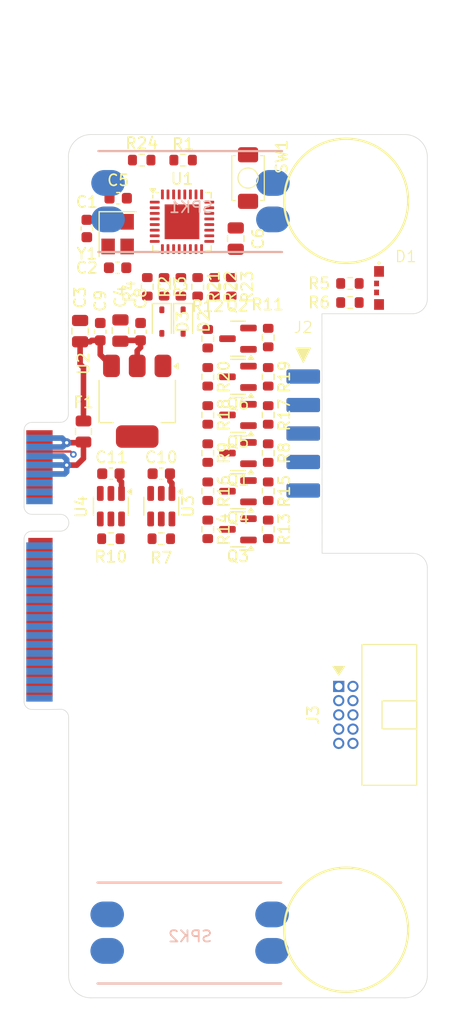
<source format=kicad_pcb>
(kicad_pcb (version 20241229) (generator "pcbnew") (generator_version "9.0")
  (title_block (title "uprobe-0.1") (date "2025-03-15") (company "author: Václav Mach (github.com/xx0x) ") (comment 1 "Based on: uhub by vitaly.codes ") (comment 2 "Based on: usbasp by Thomas Fischl ") (comment 3 "Based on: bmp v2.1e by Piotr Esden-Tempski ") (comment 4 "License: CC-BY-SA 4.0"))
  (layers (0 "F.Cu" signal) (4 "In1.Cu" signal) (6 "In2.Cu" signal) (2 "B.Cu" signal) (13 "F.Paste" user) (15 "B.Paste" user) (5 "F.SilkS" user "F.Silkscreen") (7 "B.SilkS" user "B.Silkscreen") (1 "F.Mask" user) (3 "B.Mask" user) (25 "Edge.Cuts" user))
  (net 0 "")
  (net 3 "+3V3")
  (net 8 "/~{UASP_SLOW_SCK}")
  (net 11 "/UASP_5V_EN")
  (net 18 "/UASP_3V3_EN")
  (net 26 "/~{UASP_5V_FAULT}")
  (net 31 "GND")
  (net 32 "/SPK_RP")
  (net 33 "+5V")
  (net 34 "/SPK_LP")
  (net 35 "/SPK_LN")
  (net 36 "/SPK_RN")
  (net 37 "Net-(U1-PB6{slash}XTAL1)")
  (net 38 "Net-(U1-PB7{slash}XTAL2)")
  (net 39 "/~{UASP_3V3_FAULT}")
  (net 40 "/USB4_D+")
  (net 41 "/USB4_D-")
  (net 42 "/USB3_D-")
  (net 43 "/USB3_D+")
  (net 45 "/UASP_RST")
  (net 46 "/UASP_TARGET")
  (net 47 "/UASP_D+")
  (net 48 "/UASP_D-")
  (net 49 "/UASP_TX")
  (net 50 "/UASP_RST*")
  (net 51 "/UASP_MOSI*")
  (net 52 "/UASP_MOSI")
  (net 53 "/UASP_SCK")
  (net 54 "/UASP_MISO*")
  (net 55 "/UASP_SCK*")
  (net 56 "/UASP_MISO")
  (net 66 "/UASP_RX")
  (net 69 "/UASP_RX*")
  (net 70 "/UASP_TX*")
  (net 71 "Net-(U1-PC6{slash}~{RESET})")
  (net 72 "Net-(U3-ILIM)")
  (net 73 "Net-(U4-ILIM)")
  (net 84 "Net-(D1-K2)")
  (net 85 "Net-(D1-A1)")
  (net 86 "Net-(D1-K1)")
  (net 87 "Net-(D1-A2)")
  (net 88 "Net-(U1-PB2)")
  (net 89 "Net-(U1-PB3)")
  (net 90 "Net-(U1-PB5)")
  (net 91 "Net-(U1-PD1)")
  (net 92 "VBUS")
  (footprint "Capacitor_SMD:C_0603_1608Metric" (layer "F.Cu") (at 126.7 80.1 90)
    (property "Reference" "C9" (at 2.75 0 90) (layer "F.SilkS"))
    (property "Value" "100n")
    (pad "1" smd roundrect (at -0.775 0 90) (size 0.9 0.95) (layers "F.Cu" "F.Mask" "F.Paste") (net 33 "+5V"))
    (pad "2" smd roundrect (at 0.775 0 90) (size 0.9 0.95) (layers "F.Cu" "F.Mask" "F.Paste") (net 31 "GND"))
  )
  (footprint "uprobe:IDC_2x05_SIDE" (layer "F.Cu") (at 144.832669 89.180114)
    (property "Reference" "J2" (at 0 -9.46 0) (layer "F.SilkS") (effects (font (thickness 0.1))))
    (property "Value" "Conn_02x05_Odd_Even")
    (pad "1" smd roundrect (at 0 -5.08) (size 3 1.27) (layers "F.Cu" "F.Mask" "F.Paste") (roundrect_rratio 0.15) (net 52 "/UASP_MOSI"))
    (pad "2" smd roundrect (at 0 -5.08) (size 3 1.27) (layers "B.Cu" "B.Mask" "B.Paste") (roundrect_rratio 0.15) (net 46 "/UASP_TARGET"))
    (pad "3" smd roundrect (at 0 -2.54) (size 3 1.27) (layers "F.Cu" "F.Mask" "F.Paste") (roundrect_rratio 0.15))
    (pad "4" smd roundrect (at 0 -2.54) (size 3 1.27) (layers "B.Cu" "B.Mask" "B.Paste") (roundrect_rratio 0.15) (net 49 "/UASP_TX"))
    (pad "5" smd roundrect (at 0 0) (size 3 1.27) (layers "F.Cu" "F.Mask" "F.Paste") (roundrect_rratio 0.15) (net 45 "/UASP_RST"))
    (pad "6" smd roundrect (at 0 0) (size 3 1.27) (layers "B.Cu" "B.Mask" "B.Paste") (roundrect_rratio 0.15) (net 66 "/UASP_RX"))
    (pad "7" smd roundrect (at 0 2.54) (size 3 1.27) (layers "F.Cu" "F.Mask" "F.Paste") (roundrect_rratio 0.15) (net 53 "/UASP_SCK"))
    (pad "8" smd roundrect (at 0 2.54) (size 3 1.27) (layers "B.Cu" "B.Mask" "B.Paste") (roundrect_rratio 0.15) (net 31 "GND"))
    (pad "9" smd roundrect (at 0 5.08) (size 3 1.27) (layers "F.Cu" "F.Mask" "F.Paste") (roundrect_rratio 0.15) (net 56 "/UASP_MISO"))
    (pad "10" smd roundrect (at 0 5.08) (size 3 1.27) (layers "B.Cu" "B.Mask" "B.Paste") (roundrect_rratio 0.15) (net 31 "GND"))
  )
  (footprint "Capacitor_SMD:C_0805_2012Metric" (layer "F.Cu") (at 138.8 71.8 90)
    (property "Reference" "C6" (at 0 2 90) (layer "F.SilkS"))
    (property "Value" "10u")
    (pad "1" smd roundrect (at -0.95 0 90) (size 1 1.45) (layers "F.Cu" "F.Mask" "F.Paste") (net 33 "+5V"))
    (pad "2" smd roundrect (at 0.95 0 90) (size 1 1.45) (layers "F.Cu" "F.Mask" "F.Paste") (net 31 "GND"))
  )
  (footprint "Package_TO_SOT_SMD:SOT-23-6" (layer "F.Cu") (at 132.15 95.6625 -90)
    (property "Reference" "U3" (at 0 -2.4 90) (layer "F.SilkS"))
    (property "Value" "AP22653")
    (pad "1" smd roundrect (at -1.1375 -0.95 270) (size 1.325 0.6) (layers "F.Cu" "F.Mask" "F.Paste") (net 33 "+5V"))
    (pad "2" smd roundrect (at -1.1375 0 270) (size 1.325 0.6) (layers "F.Cu" "F.Mask" "F.Paste") (net 31 "GND"))
    (pad "3" smd roundrect (at -1.1375 0.95 270) (size 1.325 0.6) (layers "F.Cu" "F.Mask" "F.Paste") (net 11 "/UASP_5V_EN"))
    (pad "4" smd roundrect (at 1.1375 0.95 270) (size 1.325 0.6) (layers "F.Cu" "F.Mask" "F.Paste") (net 26 "/~{UASP_5V_FAULT}"))
    (pad "5" smd roundrect (at 1.1375 0 270) (size 1.325 0.6) (layers "F.Cu" "F.Mask" "F.Paste") (net 72 "Net-(U3-ILIM)"))
    (pad "6" smd roundrect (at 1.1375 -0.95 270) (size 1.325 0.6) (layers "F.Cu" "F.Mask" "F.Paste") (net 46 "/UASP_TARGET"))
  )
  (footprint "Resistor_SMD:R_0603_1608Metric" (layer "F.Cu") (at 141.7 97.725 -90)
    (property "Reference" "R13" (at 0 -1.43 90) (layer "F.SilkS"))
    (property "Value" "10k")
    (pad "1" smd roundrect (at -0.825 0 270) (size 0.8 0.95) (layers "F.Cu" "F.Mask" "F.Paste") (net 56 "/UASP_MISO"))
    (pad "2" smd roundrect (at 0.825 0 270) (size 0.8 0.95) (layers "F.Cu" "F.Mask" "F.Paste") (net 46 "/UASP_TARGET"))
  )
  (footprint "Resistor_SMD:R_0603_1608Metric" (layer "F.Cu") (at 136.3 90.925 -90)
    (property "Reference" "R9" (at 0 -1.43 90) (layer "F.SilkS"))
    (property "Value" "10k")
    (pad "1" smd roundrect (at -0.825 0 270) (size 0.8 0.95) (layers "F.Cu" "F.Mask" "F.Paste") (net 50 "/UASP_RST*"))
    (pad "2" smd roundrect (at 0.825 0 270) (size 0.8 0.95) (layers "F.Cu" "F.Mask" "F.Paste") (net 33 "+5V"))
  )
  (footprint "Package_TO_SOT_SMD:SOT-23-6" (layer "F.Cu") (at 127.65 95.6625 -90)
    (property "Reference" "U4" (at 0.05 2.65 90) (layer "F.SilkS"))
    (property "Value" "AP22653")
    (pad "1" smd roundrect (at -1.1375 -0.95 270) (size 1.325 0.6) (layers "F.Cu" "F.Mask" "F.Paste") (net 3 "+3V3"))
    (pad "2" smd roundrect (at -1.1375 0 270) (size 1.325 0.6) (layers "F.Cu" "F.Mask" "F.Paste") (net 31 "GND"))
    (pad "3" smd roundrect (at -1.1375 0.95 270) (size 1.325 0.6) (layers "F.Cu" "F.Mask" "F.Paste") (net 18 "/UASP_3V3_EN"))
    (pad "4" smd roundrect (at 1.1375 0.95 270) (size 1.325 0.6) (layers "F.Cu" "F.Mask" "F.Paste") (net 39 "/~{UASP_3V3_FAULT}"))
    (pad "5" smd roundrect (at 1.1375 0 270) (size 1.325 0.6) (layers "F.Cu" "F.Mask" "F.Paste") (net 73 "Net-(U4-ILIM)"))
    (pad "6" smd roundrect (at 1.1375 -0.95 270) (size 1.325 0.6) (layers "F.Cu" "F.Mask" "F.Paste") (net 46 "/UASP_TARGET"))
  )
  (footprint "Resistor_SMD:R_0603_1608Metric" (layer "F.Cu") (at 130.9 76.1 -90)
    (property "Reference" "R4" (at 0.4 1.6 90) (layer "F.SilkS"))
    (property "Value" "2k2")
    (pad "1" smd roundrect (at -0.825 0 270) (size 0.8 0.95) (layers "F.Cu" "F.Mask" "F.Paste") (net 48 "/UASP_D-"))
    (pad "2" smd roundrect (at 0.825 0 270) (size 0.8 0.95) (layers "F.Cu" "F.Mask" "F.Paste") (net 33 "+5V"))
  )
  (footprint "Resistor_SMD:R_0603_1608Metric" (layer "F.Cu") (at 136.3 84.125 -90)
    (property "Reference" "R20" (at 0 -1.43 90) (layer "F.SilkS"))
    (property "Value" "10k")
    (pad "1" smd roundrect (at -0.825 0 270) (size 0.8 0.95) (layers "F.Cu" "F.Mask" "F.Paste") (net 70 "/UASP_TX*"))
    (pad "2" smd roundrect (at 0.825 0 270) (size 0.8 0.95) (layers "F.Cu" "F.Mask" "F.Paste") (net 33 "+5V"))
  )
  (footprint "Capacitor_SMD:C_0603_1608Metric" (layer "F.Cu") (at 127.65 92.7625 180)
    (property "Reference" "C11" (at -0.05 1.4625 0) (layer "F.SilkS"))
    (property "Value" "100n")
    (pad "1" smd roundrect (at -0.775 0 180) (size 0.9 0.95) (layers "F.Cu" "F.Mask" "F.Paste") (net 3 "+3V3"))
    (pad "2" smd roundrect (at 0.775 0 180) (size 0.9 0.95) (layers "F.Cu" "F.Mask" "F.Paste") (net 31 "GND"))
  )
  (footprint "Fuse:Fuse_0805_2012Metric" (layer "F.Cu") (at 125.2 89 90)
    (property "Reference" "F1" (at 2.6 0 180) (layer "F.SilkS"))
    (property "Value" "500mA")
    (pad "1" smd roundrect (at -0.9375 0 90) (size 0.975 1.4) (layers "F.Cu" "F.Mask" "F.Paste") (net 92 "VBUS"))
    (pad "2" smd roundrect (at 0.9375 0 90) (size 0.975 1.4) (layers "F.Cu" "F.Mask" "F.Paste") (net 33 "+5V"))
  )
  (footprint "Resistor_SMD:R_0603_1608Metric" (layer "F.Cu") (at 149 77.5 180)
    (property "Reference" "R6" (at 2.75 0 0) (layer "F.SilkS"))
    (property "Value" "1k")
    (pad "1" smd roundrect (at -0.825 0 180) (size 0.8 0.95) (layers "F.Cu" "F.Mask" "F.Paste") (net 87 "Net-(D1-A2)"))
    (pad "2" smd roundrect (at 0.825 0 180) (size 0.8 0.95) (layers "F.Cu" "F.Mask" "F.Paste") (net 33 "+5V"))
  )
  (footprint "Package_TO_SOT_SMD:SOT-23" (layer "F.Cu") (at 139 94.325 180)
    (property "Reference" "Q4" (at 0 -2.4 0) (layer "F.SilkS"))
    (property "Value" "BSS138")
    (pad "1" smd roundrect (at -0.9375 -0.95 180) (size 1.475 0.6) (layers "F.Cu" "F.Mask" "F.Paste") (net 46 "/UASP_TARGET"))
    (pad "2" smd roundrect (at -0.9375 0.95 180) (size 1.475 0.6) (layers "F.Cu" "F.Mask" "F.Paste") (net 53 "/UASP_SCK"))
    (pad "3" smd roundrect (at 0.9375 0 180) (size 1.475 0.6) (layers "F.Cu" "F.Mask" "F.Paste") (net 55 "/UASP_SCK*"))
  )
  (footprint "uprobe:MountingHole_5.3mm_M5" (layer "F.Cu") (at 148.66255 133.43)
    (property "Reference" "H2" (hide yes))
    (property "Value" "MountingHole")
    (pad "" np_thru_hole circle (at 0 0) (size 5.3 5.3) (drill 5.3) (layers "*.Cu" "*.Mask"))
  )
  (footprint "Capacitor_SMD:C_0603_1608Metric" (layer "F.Cu") (at 128.3 68.2 180)
    (property "Reference" "C5" (at 0 1.6 0) (layer "F.SilkS"))
    (property "Value" "100n")
    (pad "1" smd roundrect (at -0.775 0 180) (size 0.9 0.95) (layers "F.Cu" "F.Mask" "F.Paste") (net 33 "+5V"))
    (pad "2" smd roundrect (at 0.775 0 180) (size 0.9 0.95) (layers "F.Cu" "F.Mask" "F.Paste") (net 31 "GND"))
  )
  (footprint "Resistor_SMD:R_0603_1608Metric" (layer "F.Cu") (at 130.4 64.8 180)
    (property "Reference" "R24" (at 0 1.5 0) (layer "F.SilkS"))
    (property "Value" "270")
    (pad "1" smd roundrect (at -0.825 0 180) (size 0.8 0.95) (layers "F.Cu" "F.Mask" "F.Paste") (net 91 "Net-(U1-PD1)"))
    (pad "2" smd roundrect (at 0.825 0 180) (size 0.8 0.95) (layers "F.Cu" "F.Mask" "F.Paste") (net 70 "/UASP_TX*"))
  )
  (footprint "Capacitor_SMD:C_0603_1608Metric" (layer "F.Cu") (at 132.15 92.7625 180)
    (property "Reference" "C10" (at 0 1.4625 0) (layer "F.SilkS"))
    (property "Value" "100n")
    (pad "1" smd roundrect (at -0.775 0 180) (size 0.9 0.95) (layers "F.Cu" "F.Mask" "F.Paste") (net 33 "+5V"))
    (pad "2" smd roundrect (at 0.775 0 180) (size 0.9 0.95) (layers "F.Cu" "F.Mask" "F.Paste") (net 31 "GND"))
  )
  (footprint "Resistor_SMD:R_0603_1608Metric" (layer "F.Cu") (at 136.3 87.525 -90)
    (property "Reference" "R18" (at 0 -1.43 90) (layer "F.SilkS"))
    (property "Value" "10k")
    (pad "1" smd roundrect (at -0.825 0 270) (size 0.8 0.95) (layers "F.Cu" "F.Mask" "F.Paste") (net 69 "/UASP_RX*"))
    (pad "2" smd roundrect (at 0.825 0 270) (size 0.8 0.95) (layers "F.Cu" "F.Mask" "F.Paste") (net 33 "+5V"))
  )
  (footprint "Crystal:Crystal_SMD_Abracon_ABM8G-4Pin_3.2x2.5mm" (layer "F.Cu") (at 128.25 71.4 -90)
    (property "Reference" "Y1" (at 1.75 2.75 180) (layer "F.SilkS"))
    (property "Value" "ABM8-12.000MHZ-B2-T")
    (pad "1" smd rect (at -1.1 0.85 270) (size 1.4 1.2) (layers "F.Cu" "F.Mask" "F.Paste") (net 37 "Net-(U1-PB6{slash}XTAL1)"))
    (pad "2" smd rect (at 1.1 0.85 270) (size 1.4 1.2) (layers "F.Cu" "F.Mask" "F.Paste") (net 31 "GND"))
    (pad "3" smd rect (at 1.1 -0.85 270) (size 1.4 1.2) (layers "F.Cu" "F.Mask" "F.Paste") (net 38 "Net-(U1-PB7{slash}XTAL2)"))
    (pad "4" smd rect (at -1.1 -0.85 270) (size 1.4 1.2) (layers "F.Cu" "F.Mask" "F.Paste") (net 31 "GND"))
  )
  (footprint "Resistor_SMD:R_0603_1608Metric" (layer "F.Cu") (at 133.9 76.1 90)
    (property "Reference" "R2" (at 0 -1.43 90) (layer "F.SilkS"))
    (property "Value" "68")
    (pad "1" smd roundrect (at -0.825 0 90) (size 0.8 0.95) (layers "F.Cu" "F.Mask" "F.Paste") (net 40 "/USB4_D+"))
    (pad "2" smd roundrect (at 0.825 0 90) (size 0.8 0.95) (layers "F.Cu" "F.Mask" "F.Paste") (net 47 "/UASP_D+"))
  )
  (footprint "Package_TO_SOT_SMD:SOT-23" (layer "F.Cu") (at 139 84.125 180)
    (property "Reference" "Q6" (at 0 -2.4 0) (layer "F.SilkS"))
    (property "Value" "BSS138")
    (pad "1" smd roundrect (at -0.9375 -0.95 180) (size 1.475 0.6) (layers "F.Cu" "F.Mask" "F.Paste") (net 46 "/UASP_TARGET"))
    (pad "2" smd roundrect (at -0.9375 0.95 180) (size 1.475 0.6) (layers "F.Cu" "F.Mask" "F.Paste") (net 49 "/UASP_TX"))
    (pad "3" smd roundrect (at 0.9375 0 180) (size 1.475 0.6) (layers "F.Cu" "F.Mask" "F.Paste") (net 70 "/UASP_TX*"))
  )
  (footprint "Resistor_SMD:R_0603_1608Metric" (layer "F.Cu") (at 132.15 98.5625)
    (property "Reference" "R7" (at 0 1.7 0) (layer "F.SilkS"))
    (property "Value" "210k")
    (pad "1" smd roundrect (at -0.825 0) (size 0.8 0.95) (layers "F.Cu" "F.Mask" "F.Paste") (net 31 "GND"))
    (pad "2" smd roundrect (at 0.825 0) (size 0.8 0.95) (layers "F.Cu" "F.Mask" "F.Paste") (net 72 "Net-(U3-ILIM)"))
  )
  (footprint "Resistor_SMD:R_0603_1608Metric" (layer "F.Cu") (at 136.3 80.725 -90)
    (property "Reference" "R12" (at -2.9 0 0) (layer "F.SilkS"))
    (property "Value" "10k")
    (pad "1" smd roundrect (at -0.825 0 270) (size 0.8 0.95) (layers "F.Cu" "F.Mask" "F.Paste") (net 51 "/UASP_MOSI*"))
    (pad "2" smd roundrect (at 0.825 0 270) (size 0.8 0.95) (layers "F.Cu" "F.Mask" "F.Paste") (net 33 "+5V"))
  )
  (footprint "Resistor_SMD:R_0603_1608Metric" (layer "F.Cu") (at 135.4 76.1 -90)
    (property "Reference" "R21" (at 0 -1.43 90) (layer "F.SilkS"))
    (property "Value" "270")
    (pad "1" smd roundrect (at -0.825 0 270) (size 0.8 0.95) (layers "F.Cu" "F.Mask" "F.Paste") (net 88 "Net-(U1-PB2)"))
    (pad "2" smd roundrect (at 0.825 0 270) (size 0.8 0.95) (layers "F.Cu" "F.Mask" "F.Paste") (net 50 "/UASP_RST*"))
  )
  (footprint "Capacitor_SMD:C_0603_1608Metric" (layer "F.Cu") (at 125.5 70.9 90)
    (property "Reference" "C1" (at 2.37 0 0) (layer "F.SilkS"))
    (property "Value" "27p")
    (pad "1" smd roundrect (at -0.775 0 90) (size 0.9 0.95) (layers "F.Cu" "F.Mask" "F.Paste") (net 31 "GND"))
    (pad "2" smd roundrect (at 0.775 0 90) (size 0.9 0.95) (layers "F.Cu" "F.Mask" "F.Paste") (net 37 "Net-(U1-PB6{slash}XTAL1)"))
  )
  (footprint "uprobe:ext" (layer "F.Cu") (at 119.89115 97.136915 -90)
    (property "Reference" "J1" (hide yes))
    (property "Value" "uConsoleEXT")
    (fp_line (start -1.45 0) (end -8.25 0) (stroke (width 0.05)) (layer "Edge.Cuts"))
    (fp_line (start 1.45 0) (end 15.95 0) (stroke (width 0.05)) (layer "Edge.Cuts"))
    (fp_line (start -8.95 -0.7) (end -8.95 -2.5) (stroke (width 0.05)) (layer "Edge.Cuts"))
    (fp_line (start -0.75 -0.7) (end -0.75 -3.25) (stroke (width 0.05)) (layer "Edge.Cuts"))
    (fp_line (start 0.75 -0.7) (end 0.75 -3.25) (stroke (width 0.05)) (layer "Edge.Cuts"))
    (fp_line (start 16.65 -0.7) (end 16.65 -2.5) (stroke (width 0.05)) (layer "Edge.Cuts"))
    (fp_arc (start -8.25 0) (mid -8.744975 -0.205025) (end -8.95 -0.7) (stroke (width 0.05)) (layer "Edge.Cuts"))
    (fp_arc (start 1.45 0) (mid 0.955025 -0.205025) (end 0.75 -0.7) (stroke (width 0.05)) (layer "Edge.Cuts"))
    (fp_arc (start -0.75 -0.7) (mid -0.955025 -0.205025) (end -1.45 0) (stroke (width 0.05)) (layer "Edge.Cuts"))
    (fp_arc (start 16.65 -0.7) (mid 16.444975 -0.205025) (end 15.95 0) (stroke (width 0.05)) (layer "Edge.Cuts"))
    (fp_arc (start -0.75 -3.25) (mid 0 -4) (end 0.75 -3.25) (stroke (width 0.05)) (layer "Edge.Cuts"))
    (pad "1" smd rect (at -7.95 -1.375 270) (size 0.6 2.35) (layers "F.Cu" "F.Mask") (net 34 "/SPK_LP"))
    (pad "2" smd rect (at -7.55 -1.375 270) (size 0.6 2.35) (layers "B.Cu" "B.Mask") (net 92 "VBUS"))
    (pad "3" smd rect (at -7.15 -1.375 270) (size 0.6 2.35) (layers "F.Cu" "F.Mask") (net 35 "/SPK_LN"))
    (pad "4" smd rect (at -6.75 -1.375 270) (size 0.6 2.35) (layers "B.Cu" "B.Mask") (net 92 "VBUS"))
    (pad "5" smd rect (at -6.35 -1.375 270) (size 0.6 2.35) (layers "F.Cu" "F.Mask") (net 31 "GND"))
    (pad "6" smd rect (at -5.95 -1.375 270) (size 0.6 2.35) (layers "B.Cu" "B.Mask") (net 92 "VBUS"))
    (pad "7" smd rect (at -5.55 -1.375 270) (size 0.6 2.35) (layers "F.Cu" "F.Mask") (net 43 "/USB3_D+"))
    (pad "8" smd rect (at -5.15 -1.375 270) (size 0.6 2.35) (layers "B.Cu" "B.Mask") (net 92 "VBUS"))
    (pad "9" smd rect (at -4.75 -1.375 270) (size 0.6 2.35) (layers "F.Cu" "F.Mask") (net 42 "/USB3_D-"))
    (pad "10" smd rect (at -4.35 -1.375 270) (size 0.6 2.35) (layers "B.Cu" "B.Mask") (net 92 "VBUS"))
    (pad "11" smd rect (at -3.95 -1.375 270) (size 0.6 2.35) (layers "F.Cu" "F.Mask") (net 31 "GND"))
    (pad "12" smd rect (at -3.55 -1.375 270) (size 0.6 2.35) (layers "B.Cu" "B.Mask") (net 31 "GND"))
    (pad "13" smd rect (at -3.15 -1.375 270) (size 0.6 2.35) (layers "F.Cu" "F.Mask") (net 40 "/USB4_D+"))
    (pad "14" smd rect (at -2.75 -1.375 270) (size 0.6 2.35) (layers "B.Cu" "B.Mask") (net 32 "/SPK_RP"))
    (pad "15" smd rect (at -2.35 -1.375 270) (size 0.6 2.35) (layers "F.Cu" "F.Mask") (net 41 "/USB4_D-"))
    (pad "16" smd rect (at -1.95 -1.375 270) (size 0.6 2.35) (layers "B.Cu" "B.Mask") (net 36 "/SPK_RN"))
    (pad "17" smd rect (at 1.65 -1.4655 270) (size 0.6 2.169) (layers "F.Cu" "F.Mask"))
    (pad "18" smd rect (at 2.05 -1.375 270) (size 0.6 2.35) (layers "B.Cu" "B.Mask") (net 18 "/UASP_3V3_EN"))
    (pad "19" smd rect (at 2.45 -1.375 270) (size 0.6 2.35) (layers "F.Cu" "F.Mask"))
    (pad "20" smd rect (at 2.85 -1.375 270) (size 0.6 2.35) (layers "B.Cu" "B.Mask") (net 11 "/UASP_5V_EN"))
    (pad "21" smd rect (at 3.25 -1.375 270) (size 0.6 2.35) (layers "F.Cu" "F.Mask") (net 31 "GND"))
    (pad "22" smd rect (at 3.65 -1.375 270) (size 0.6 2.35) (layers "B.Cu" "B.Mask") (net 39 "/~{UASP_3V3_FAULT}"))
    (pad "23" smd rect (at 4.05 -1.375 270) (size 0.6 2.35) (layers "F.Cu" "F.Mask"))
    (pad "24" smd rect (at 4.45 -1.375 270) (size 0.6 2.35) (layers "B.Cu" "B.Mask") (net 26 "/~{UASP_5V_FAULT}"))
    (pad "25" smd rect (at 4.85 -1.375 270) (size 0.6 2.35) (layers "F.Cu" "F.Mask"))
    (pad "26" smd rect (at 5.25 -1.375 270) (size 0.6 2.35) (layers "B.Cu" "B.Mask") (net 8 "/~{UASP_SLOW_SCK}"))
    (pad "27" smd rect (at 5.65 -1.375 270) (size 0.6 2.35) (layers "F.Cu" "F.Mask") (net 31 "GND"))
    (pad "28" smd rect (at 6.05 -1.375 270) (size 0.6 2.35) (layers "B.Cu" "B.Mask"))
    (pad "29" smd rect (at 6.45 -1.375 270) (size 0.6 2.35) (layers "F.Cu" "F.Mask"))
    (pad "30" smd rect (at 6.85 -1.375 270) (size 0.6 2.35) (layers "B.Cu" "B.Mask"))
    (pad "31" smd rect (at 7.25 -1.375 270) (size 0.6 2.35) (layers "F.Cu" "F.Mask"))
    (pad "32" smd rect (at 7.65 -1.375 270) (size 0.6 2.35) (layers "B.Cu" "B.Mask"))
    (pad "33" smd rect (at 8.05 -1.375 270) (size 0.6 2.35) (layers "F.Cu" "F.Mask") (net 31 "GND"))
    (pad "34" smd rect (at 8.45 -1.375 270) (size 0.6 2.35) (layers "B.Cu" "B.Mask"))
    (pad "35" smd rect (at 8.85 -1.375 270) (size 0.6 2.35) (layers "F.Cu" "F.Mask"))
    (pad "36" smd rect (at 9.25 -1.375 270) (size 0.6 2.35) (layers "B.Cu" "B.Mask"))
    (pad "37" smd rect (at 9.65 -1.375 270) (size 0.6 2.35) (layers "F.Cu" "F.Mask"))
    (pad "38" smd rect (at 10.05 -1.375 270) (size 0.6 2.35) (layers "B.Cu" "B.Mask"))
    (pad "39" smd rect (at 10.45 -1.375 270) (size 0.6 2.35) (layers "F.Cu" "F.Mask") (net 31 "GND"))
    (pad "40" smd rect (at 10.85 -1.375 270) (size 0.6 2.35) (layers "B.Cu" "B.Mask"))
    (pad "41" smd rect (at 11.25 -1.375 270) (size 0.6 2.35) (layers "F.Cu" "F.Mask"))
    (pad "42" smd rect (at 11.65 -1.375 270) (size 0.6 2.35) (layers "B.Cu" "B.Mask"))
    (pad "43" smd rect (at 12.05 -1.375 270) (size 0.6 2.35) (layers "F.Cu" "F.Mask"))
    (pad "44" smd rect (at 12.45 -1.375 270) (size 0.6 2.35) (layers "B.Cu" "B.Mask"))
    (pad "45" smd rect (at 12.85 -1.375 270) (size 0.6 2.35) (layers "F.Cu" "F.Mask") (net 31 "GND"))
    (pad "46" smd rect (at 13.25 -1.375 270) (size 0.6 2.35) (layers "B.Cu" "B.Mask"))
    (pad "47" smd rect (at 13.65 -1.375 270) (size 0.6 2.35) (layers "F.Cu" "F.Mask"))
    (pad "48" smd rect (at 14.05 -1.375 270) (size 0.6 2.35) (layers "B.Cu" "B.Mask"))
    (pad "49" smd rect (at 14.45 -1.375 270) (size 0.6 2.35) (layers "F.Cu" "F.Mask"))
    (pad "50" smd rect (at 14.85 -1.375 270) (size 0.6 2.35) (layers "B.Cu" "B.Mask"))
    (pad "51" smd rect (at 15.25 -1.375 270) (size 0.6 2.35) (layers "F.Cu" "F.Mask") (net 31 "GND"))
    (pad "52" smd rect (at 15.65 -1.375 270) (size 0.6 2.35) (layers "B.Cu" "B.Mask"))
  )
  (footprint "uprobe:XL-3210SURUGC" (layer "F.Cu") (at 151.6 76.2 -90)
    (property "Reference" "D1" (at -2.8 -2.4 0) (layer "F.SilkS") (effects (font (thickness 0.1))))
    (property "Value" "XL-3210SURUGC")
    (pad "1" smd rect (at 0.4 0.22 270) (size 0.5 0.44) (layers "F.Cu" "F.Mask" "F.Paste") (net 85 "Net-(D1-A1)"))
    (pad "2" smd rect (at -0.4 0.22 270) (size 0.5 0.44) (layers "F.Cu" "F.Mask" "F.Paste") (net 86 "Net-(D1-K1)"))
    (pad "3" smd rect (at 1.475 0 270) (size 0.95 0.88) (layers "F.Cu" "F.Mask" "F.Paste") (net 87 "Net-(D1-A2)"))
    (pad "4" smd rect (at -1.475 0 270) (size 0.95 0.88) (layers "F.Cu" "F.Mask" "F.Paste") (net 84 "Net-(D1-K2)"))
  )
  (footprint "Capacitor_SMD:C_0603_1608Metric" (layer "F.Cu") (at 128.25 74.4)
    (property "Reference" "C2" (at -2.75 0 0) (layer "F.SilkS"))
    (property "Value" "27p")
    (pad "1" smd roundrect (at -0.775 0) (size 0.9 0.95) (layers "F.Cu" "F.Mask" "F.Paste") (net 31 "GND"))
    (pad "2" smd roundrect (at 0.775 0) (size 0.9 0.95) (layers "F.Cu" "F.Mask" "F.Paste") (net 38 "Net-(U1-PB7{slash}XTAL2)"))
  )
  (footprint "Resistor_SMD:R_0603_1608Metric" (layer "F.Cu") (at 136.3 97.725 -90)
    (property "Reference" "R14" (at 0 -1.43 90) (layer "F.SilkS"))
    (property "Value" "10k")
    (pad "1" smd roundrect (at -0.825 0 270) (size 0.8 0.95) (layers "F.Cu" "F.Mask" "F.Paste") (net 54 "/UASP_MISO*"))
    (pad "2" smd roundrect (at 0.825 0 270) (size 0.8 0.95) (layers "F.Cu" "F.Mask" "F.Paste") (net 33 "+5V"))
  )
  (footprint "Resistor_SMD:R_0603_1608Metric" (layer "F.Cu") (at 132.4 76.1 -90)
    (property "Reference" "R3" (at 0 -1.43 90) (layer "F.SilkS"))
    (property "Value" "68")
    (pad "1" smd roundrect (at -0.825 0 270) (size 0.8 0.95) (layers "F.Cu" "F.Mask" "F.Paste") (net 48 "/UASP_D-"))
    (pad "2" smd roundrect (at 0.825 0 270) (size 0.8 0.95) (layers "F.Cu" "F.Mask" "F.Paste") (net 41 "/USB4_D-"))
  )
  (footprint "Capacitor_SMD:C_0805_2012Metric" (layer "F.Cu") (at 128.5 80 90)
    (property "Reference" "C4" (at 3 0 90) (layer "F.SilkS"))
    (property "Value" "10u")
    (pad "1" smd roundrect (at -0.95 0 90) (size 1 1.45) (layers "F.Cu" "F.Mask" "F.Paste") (net 3 "+3V3"))
    (pad "2" smd roundrect (at 0.95 0 90) (size 1 1.45) (layers "F.Cu" "F.Mask" "F.Paste") (net 31 "GND"))
  )
  (footprint "Package_TO_SOT_SMD:SOT-23" (layer "F.Cu") (at 139 80.725 180)
    (property "Reference" "Q2" (at 0.0625 2.95 0) (layer "F.SilkS"))
    (property "Value" "BSS138")
    (pad "1" smd roundrect (at -0.9375 -0.95 180) (size 1.475 0.6) (layers "F.Cu" "F.Mask" "F.Paste") (net 46 "/UASP_TARGET"))
    (pad "2" smd roundrect (at -0.9375 0.95 180) (size 1.475 0.6) (layers "F.Cu" "F.Mask" "F.Paste") (net 52 "/UASP_MOSI"))
    (pad "3" smd roundrect (at 0.9375 0 180) (size 1.475 0.6) (layers "F.Cu" "F.Mask" "F.Paste") (net 51 "/UASP_MOSI*"))
  )
  (footprint "Resistor_SMD:R_0603_1608Metric" (layer "F.Cu") (at 141.7 84.125 -90)
    (property "Reference" "R19" (at 0 -1.43 90) (layer "F.SilkS"))
    (property "Value" "10k")
    (pad "1" smd roundrect (at -0.825 0 270) (size 0.8 0.95) (layers "F.Cu" "F.Mask" "F.Paste") (net 49 "/UASP_TX"))
    (pad "2" smd roundrect (at 0.825 0 270) (size 0.8 0.95) (layers "F.Cu" "F.Mask" "F.Paste") (net 46 "/UASP_TARGET"))
  )
  (footprint "uprobe:MountingHole_5.3mm_M5" (layer "F.Cu") (at 148.66255 68.43)
    (property "Reference" "H1" (hide yes))
    (property "Value" "MountingHole")
    (pad "" np_thru_hole circle (at 0 0) (size 5.3 5.3) (drill 5.3) (layers "*.Cu" "*.Mask"))
  )
  (footprint "uprobe:IDC_2x05_P1.27mm_Horizontal" (layer "F.Cu") (at 148 114.27)
    (property "Reference" "J3" (at -2.286 0 90) (layer "F.SilkS"))
    (property "Value" "Conn_02x05_Odd_Even")
    (pad "1" thru_hole rect (at 0 -2.54) (size 1 1) (drill 0.65) (layers "*.Cu" "*.Mask"))
    (pad "2" thru_hole oval (at 1.27 -2.54) (size 1 1) (drill 0.65) (layers "*.Cu" "*.Mask"))
    (pad "3" thru_hole oval (at 0 -1.27) (size 1 1) (drill 0.65) (layers "*.Cu" "*.Mask"))
    (pad "4" thru_hole oval (at 1.27 -1.27) (size 1 1) (drill 0.65) (layers "*.Cu" "*.Mask"))
    (pad "5" thru_hole oval (at 0 0) (size 1 1) (drill 0.65) (layers "*.Cu" "*.Mask"))
    (pad "6" thru_hole oval (at 1.27 0) (size 1 1) (drill 0.65) (layers "*.Cu" "*.Mask"))
    (pad "7" thru_hole oval (at 0 1.27) (size 1 1) (drill 0.65) (layers "*.Cu" "*.Mask"))
    (pad "8" thru_hole oval (at 1.27 1.27) (size 1 1) (drill 0.65) (layers "*.Cu" "*.Mask"))
    (pad "9" thru_hole oval (at 0 2.54) (size 1 1) (drill 0.65) (layers "*.Cu" "*.Mask"))
    (pad "10" thru_hole oval (at 1.27 2.54) (size 1 1) (drill 0.65) (layers "*.Cu" "*.Mask"))
  )
  (footprint "Diode_SMD:D_SOD-323" (layer "F.Cu") (at 132.2 79.2 -90)
    (property "Reference" "D3" (at 0 -1.85 90) (layer "F.SilkS"))
    (property "Value" "3V3")
    (pad "1" smd roundrect (at -1.05 0 270) (size 0.6 0.45) (layers "F.Cu" "F.Mask" "F.Paste") (net 41 "/USB4_D-"))
    (pad "2" smd roundrect (at 1.05 0 270) (size 0.6 0.45) (layers "F.Cu" "F.Mask" "F.Paste") (net 31 "GND"))
  )
  (footprint "Package_DFN_QFN:QFN-32-1EP_5x5mm_P0.5mm_EP3.1x3.1mm" (layer "F.Cu") (at 134 70.3)
    (property "Reference" "U1" (at 0 -3.83 0) (layer "F.SilkS"))
    (property "Value" "ATmega8A-M")
    (pad "1" smd roundrect (at -2.4375 -1.75) (size 0.875 0.25) (layers "F.Cu" "F.Mask" "F.Paste"))
    (pad "2" smd roundrect (at -2.4375 -1.25) (size 0.875 0.25) (layers "F.Cu" "F.Mask" "F.Paste"))
    (pad "3" smd roundrect (at -2.4375 -0.75) (size 0.875 0.25) (layers "F.Cu" "F.Mask" "F.Paste") (net 31 "GND"))
    (pad "4" smd roundrect (at -2.4375 -0.25) (size 0.875 0.25) (layers "F.Cu" "F.Mask" "F.Paste") (net 33 "+5V"))
    (pad "5" smd roundrect (at -2.4375 0.25) (size 0.875 0.25) (layers "F.Cu" "F.Mask" "F.Paste") (net 31 "GND"))
    (pad "6" smd roundrect (at -2.4375 0.75) (size 0.875 0.25) (layers "F.Cu" "F.Mask" "F.Paste") (net 33 "+5V"))
    (pad "7" smd roundrect (at -2.4375 1.25) (size 0.875 0.25) (layers "F.Cu" "F.Mask" "F.Paste") (net 37 "Net-(U1-PB6{slash}XTAL1)"))
    (pad "8" smd roundrect (at -2.4375 1.75) (size 0.875 0.25) (layers "F.Cu" "F.Mask" "F.Paste") (net 38 "Net-(U1-PB7{slash}XTAL2)"))
    (pad "9" smd roundrect (at -1.75 2.4375) (size 0.25 0.875) (layers "F.Cu" "F.Mask" "F.Paste"))
    (pad "10" smd roundrect (at -1.25 2.4375) (size 0.25 0.875) (layers "F.Cu" "F.Mask" "F.Paste"))
    (pad "11" smd roundrect (at -0.75 2.4375) (size 0.25 0.875) (layers "F.Cu" "F.Mask" "F.Paste"))
    (pad "12" smd roundrect (at -0.25 2.4375) (size 0.25 0.875) (layers "F.Cu" "F.Mask" "F.Paste") (net 48 "/UASP_D-"))
    (pad "13" smd roundrect (at 0.25 2.4375) (size 0.25 0.875) (layers "F.Cu" "F.Mask" "F.Paste") (net 47 "/UASP_D+"))
    (pad "14" smd roundrect (at 0.75 2.4375) (size 0.25 0.875) (layers "F.Cu" "F.Mask" "F.Paste") (net 88 "Net-(U1-PB2)"))
    (pad "15" smd roundrect (at 1.25 2.4375) (size 0.25 0.875) (layers "F.Cu" "F.Mask" "F.Paste") (net 89 "Net-(U1-PB3)"))
    (pad "16" smd roundrect (at 1.75 2.4375) (size 0.25 0.875) (layers "F.Cu" "F.Mask" "F.Paste") (net 54 "/UASP_MISO*"))
    (pad "17" smd roundrect (at 2.4375 1.75) (size 0.875 0.25) (layers "F.Cu" "F.Mask" "F.Paste") (net 90 "Net-(U1-PB5)"))
    (pad "18" smd roundrect (at 2.4375 1.25) (size 0.875 0.25) (layers "F.Cu" "F.Mask" "F.Paste") (net 33 "+5V"))
    (pad "19" smd roundrect (at 2.4375 0.75) (size 0.875 0.25) (layers "F.Cu" "F.Mask" "F.Paste"))
    (pad "20" smd roundrect (at 2.4375 0.25) (size 0.875 0.25) (layers "F.Cu" "F.Mask" "F.Paste"))
    (pad "21" smd roundrect (at 2.4375 -0.25) (size 0.875 0.25) (layers "F.Cu" "F.Mask" "F.Paste") (net 31 "GND"))
    (pad "22" smd roundrect (at 2.4375 -0.75) (size 0.875 0.25) (layers "F.Cu" "F.Mask" "F.Paste"))
    (pad "23" smd roundrect (at 2.4375 -1.25) (size 0.875 0.25) (layers "F.Cu" "F.Mask" "F.Paste") (net 86 "Net-(D1-K1)"))
    (pad "24" smd roundrect (at 2.4375 -1.75) (size 0.875 0.25) (layers "F.Cu" "F.Mask" "F.Paste") (net 84 "Net-(D1-K2)"))
    (pad "25" smd roundrect (at 1.75 -2.4375) (size 0.25 0.875) (layers "F.Cu" "F.Mask" "F.Paste") (net 8 "/~{UASP_SLOW_SCK}"))
    (pad "26" smd roundrect (at 1.25 -2.4375) (size 0.25 0.875) (layers "F.Cu" "F.Mask" "F.Paste"))
    (pad "27" smd roundrect (at 0.75 -2.4375) (size 0.25 0.875) (layers "F.Cu" "F.Mask" "F.Paste"))
    (pad "28" smd roundrect (at 0.25 -2.4375) (size 0.25 0.875) (layers "F.Cu" "F.Mask" "F.Paste"))
    (pad "29" smd roundrect (at -0.25 -2.4375) (size 0.25 0.875) (layers "F.Cu" "F.Mask" "F.Paste") (net 71 "Net-(U1-PC6{slash}~{RESET})"))
    (pad "30" smd roundrect (at -0.75 -2.4375) (size 0.25 0.875) (layers "F.Cu" "F.Mask" "F.Paste") (net 69 "/UASP_RX*"))
    (pad "31" smd roundrect (at -1.25 -2.4375) (size 0.25 0.875) (layers "F.Cu" "F.Mask" "F.Paste") (net 91 "Net-(U1-PD1)"))
    (pad "32" smd roundrect (at -1.75 -2.4375) (size 0.25 0.875) (layers "F.Cu" "F.Mask" "F.Paste") (net 47 "/UASP_D+"))
    (pad "33" smd rect (at 0 0) (size 3.1 3.1) (property pad_prop_heatsink) (layers "F.Cu" "F.Mask") (net 31 "GND"))
  )
  (footprint "Resistor_SMD:R_0603_1608Metric" (layer "F.Cu") (at 138.4 76.1 -90)
    (property "Reference" "R23" (at 0 -1.43 90) (layer "F.SilkS"))
    (property "Value" "270")
    (pad "1" smd roundrect (at -0.825 0 270) (size 0.8 0.95) (layers "F.Cu" "F.Mask" "F.Paste") (net 90 "Net-(U1-PB5)"))
    (pad "2" smd roundrect (at 0.825 0 270) (size 0.8 0.95) (layers "F.Cu" "F.Mask" "F.Paste") (net 55 "/UASP_SCK*"))
  )
  (footprint "Package_TO_SOT_SMD:SOT-23" (layer "F.Cu") (at 139 97.725 180)
    (property "Reference" "Q3" (at 0 -2.4 0) (layer "F.SilkS"))
    (property "Value" "BSS138")
    (pad "1" smd roundrect (at -0.9375 -0.95 180) (size 1.475 0.6) (layers "F.Cu" "F.Mask" "F.Paste") (net 46 "/UASP_TARGET"))
    (pad "2" smd roundrect (at -0.9375 0.95 180) (size 1.475 0.6) (layers "F.Cu" "F.Mask" "F.Paste") (net 56 "/UASP_MISO"))
    (pad "3" smd roundrect (at 0.9375 0 180) (size 1.475 0.6) (layers "F.Cu" "F.Mask" "F.Paste") (net 54 "/UASP_MISO*"))
  )
  (footprint "Resistor_SMD:R_0603_1608Metric" (layer "F.Cu") (at 141.7 87.525 -90)
    (property "Reference" "R17" (at 0 -1.43 90) (layer "F.SilkS"))
    (property "Value" "10k")
    (pad "1" smd roundrect (at -0.825 0 270) (size 0.8 0.95) (layers "F.Cu" "F.Mask" "F.Paste") (net 66 "/UASP_RX"))
    (pad "2" smd roundrect (at 0.825 0 270) (size 0.8 0.95) (layers "F.Cu" "F.Mask" "F.Paste") (net 46 "/UASP_TARGET"))
  )
  (footprint "Package_TO_SOT_SMD:SOT-23" (layer "F.Cu") (at 139 90.925 180)
    (property "Reference" "Q1" (at 0 -2.4 0) (layer "F.SilkS"))
    (property "Value" "BSS138")
    (pad "1" smd roundrect (at -0.9375 -0.95 180) (size 1.475 0.6) (layers "F.Cu" "F.Mask" "F.Paste") (net 46 "/UASP_TARGET"))
    (pad "2" smd roundrect (at -0.9375 0.95 180) (size 1.475 0.6) (layers "F.Cu" "F.Mask" "F.Paste") (net 45 "/UASP_RST"))
    (pad "3" smd roundrect (at 0.9375 0 180) (size 1.475 0.6) (layers "F.Cu" "F.Mask" "F.Paste") (net 50 "/UASP_RST*"))
  )
  (footprint "Resistor_SMD:R_0603_1608Metric" (layer "F.Cu") (at 136.3 94.325 -90)
    (property "Reference" "R16" (at 0 -1.43 90) (layer "F.SilkS"))
    (property "Value" "10k")
    (pad "1" smd roundrect (at -0.825 0 270) (size 0.8 0.95) (layers "F.Cu" "F.Mask" "F.Paste") (net 55 "/UASP_SCK*"))
    (pad "2" smd roundrect (at 0.825 0 270) (size 0.8 0.95) (layers "F.Cu" "F.Mask" "F.Paste") (net 33 "+5V"))
  )
  (footprint "Diode_SMD:D_SOD-323" (layer "F.Cu") (at 134.1 79.2 -90)
    (property "Reference" "D2" (at 0 -1.85 90) (layer "F.SilkS"))
    (property "Value" "3V3")
    (pad "1" smd roundrect (at -1.05 0 270) (size 0.6 0.45) (layers "F.Cu" "F.Mask" "F.Paste") (net 40 "/USB4_D+"))
    (pad "2" smd roundrect (at 1.05 0 270) (size 0.6 0.45) (layers "F.Cu" "F.Mask" "F.Paste") (net 31 "GND"))
  )
  (footprint "Resistor_SMD:R_0603_1608Metric" (layer "F.Cu") (at 127.65 98.5625)
    (property "Reference" "R10" (at 0 1.6 0) (layer "F.SilkS"))
    (property "Value" "210k")
    (pad "1" smd roundrect (at -0.825 0) (size 0.8 0.95) (layers "F.Cu" "F.Mask" "F.Paste") (net 31 "GND"))
    (pad "2" smd roundrect (at 0.825 0) (size 0.8 0.95) (layers "F.Cu" "F.Mask" "F.Paste") (net 73 "Net-(U4-ILIM)"))
  )
  (footprint "Resistor_SMD:R_0603_1608Metric" (layer "F.Cu") (at 136.9 76.1 -90)
    (property "Reference" "R22" (at 0 -1.43 90) (layer "F.SilkS"))
    (property "Value" "270")
    (pad "1" smd roundrect (at -0.825 0 270) (size 0.8 0.95) (layers "F.Cu" "F.Mask" "F.Paste") (net 89 "Net-(U1-PB3)"))
    (pad "2" smd roundrect (at 0.825 0 270) (size 0.8 0.95) (layers "F.Cu" "F.Mask" "F.Paste") (net 51 "/UASP_MOSI*"))
  )
  (footprint "Capacitor_SMD:C_0603_1608Metric" (layer "F.Cu") (at 130.3 80.1 90)
    (property "Reference" "C8" (at 2.975 0 90) (layer "F.SilkS"))
    (property "Value" "100n")
    (pad "1" smd roundrect (at -0.775 0 90) (size 0.9 0.95) (layers "F.Cu" "F.Mask" "F.Paste") (net 3 "+3V3"))
    (pad "2" smd roundrect (at 0.775 0 90) (size 0.9 0.95) (layers "F.Cu" "F.Mask" "F.Paste") (net 31 "GND"))
  )
  (footprint "Resistor_SMD:R_0603_1608Metric" (layer "F.Cu") (at 134.1 64.8)
    (property "Reference" "R1" (at 0 -1.43 0) (layer "F.SilkS"))
    (property "Value" "10k")
    (pad "1" smd roundrect (at -0.825 0) (size 0.8 0.95) (layers "F.Cu" "F.Mask" "F.Paste") (net 33 "+5V"))
    (pad "2" smd roundrect (at 0.825 0) (size 0.8 0.95) (layers "F.Cu" "F.Mask" "F.Paste") (net 71 "Net-(U1-PC6{slash}~{RESET})"))
  )
  (footprint "Package_TO_SOT_SMD:SOT-223-3_TabPin2" (layer "F.Cu") (at 130 86.3 -90)
    (property "Reference" "U2" (at -3.35 4.8 90) (layer "F.SilkS"))
    (property "Value" "AMS1117-3.3")
    (pad "1" smd roundrect (at -3.15 -2.3 270) (size 2 1.5) (layers "F.Cu" "F.Mask" "F.Paste") (net 31 "GND"))
    (pad "2" smd roundrect (at -3.15 0 270) (size 2 1.5) (layers "F.Cu" "F.Mask" "F.Paste") (net 3 "+3V3"))
    (pad "2" smd roundrect (at 3.15 0 270) (size 2 3.8) (layers "F.Cu" "F.Mask" "F.Paste") (net 3 "+3V3"))
    (pad "3" smd roundrect (at -3.15 2.3 270) (size 2 1.5) (layers "F.Cu" "F.Mask" "F.Paste") (net 33 "+5V"))
  )
  (footprint "uprobe:XUNPU_TS-1088-AR02016" (layer "F.Cu") (at 139.9 66.4 -90)
    (property "Reference" "SW1" (at -1.9 -3 90) (layer "F.SilkS"))
    (property "Value" "XUNPU TS-1088-AR02016")
    (pad "1" smd roundrect (at -2.075 0 270) (size 1.35 1.8) (layers "F.Cu" "F.Mask" "F.Paste") (roundrect_rratio 0.1851851852) (net 71 "Net-(U1-PC6{slash}~{RESET})"))
    (pad "2" smd roundrect (at 2.075 0 270) (size 1.35 1.8) (layers "F.Cu" "F.Mask" "F.Paste") (roundrect_rratio 0.1851851852) (net 50 "/UASP_RST*"))
  )
  (footprint "Resistor_SMD:R_0603_1608Metric" (layer "F.Cu") (at 149 75.8 180)
    (property "Reference" "R5" (at 2.75 0 0) (layer "F.SilkS"))
    (property "Value" "1k")
    (pad "1" smd roundrect (at -0.825 0 180) (size 0.8 0.95) (layers "F.Cu" "F.Mask" "F.Paste") (net 85 "Net-(D1-A1)"))
    (pad "2" smd roundrect (at 0.825 0 180) (size 0.8 0.95) (layers "F.Cu" "F.Mask" "F.Paste") (net 33 "+5V"))
  )
  (footprint "Capacitor_SMD:C_0805_2012Metric" (layer "F.Cu") (at 124.9 80.05 90)
    (property "Reference" "C3" (at 3 0 90) (layer "F.SilkS"))
    (property "Value" "10u")
    (pad "1" smd roundrect (at -0.95 0 90) (size 1 1.45) (layers "F.Cu" "F.Mask" "F.Paste") (net 33 "+5V"))
    (pad "2" smd roundrect (at 0.95 0 90) (size 1 1.45) (layers "F.Cu" "F.Mask" "F.Paste") (net 31 "GND"))
  )
  (footprint "Resistor_SMD:R_0603_1608Metric" (layer "F.Cu") (at 141.7 80.625 -90)
    (property "Reference" "R11" (at -2.95 0.0625 0) (layer "F.SilkS"))
    (property "Value" "10k")
    (pad "1" smd roundrect (at -0.825 0 270) (size 0.8 0.95) (layers "F.Cu" "F.Mask" "F.Paste") (net 52 "/UASP_MOSI"))
    (pad "2" smd roundrect (at 0.825 0 270) (size 0.8 0.95) (layers "F.Cu" "F.Mask" "F.Paste") (net 46 "/UASP_TARGET"))
  )
  (footprint "Package_TO_SOT_SMD:SOT-23" (layer "F.Cu") (at 139 87.525 180)
    (property "Reference" "Q5" (at 0 -2.4 0) (layer "F.SilkS"))
    (property "Value" "BSS138")
    (pad "1" smd roundrect (at -0.9375 -0.95 180) (size 1.475 0.6) (layers "F.Cu" "F.Mask" "F.Paste") (net 46 "/UASP_TARGET"))
    (pad "2" smd roundrect (at -0.9375 0.95 180) (size 1.475 0.6) (layers "F.Cu" "F.Mask" "F.Paste") (net 66 "/UASP_RX"))
    (pad "3" smd roundrect (at 0.9375 0 180) (size 1.475 0.6) (layers "F.Cu" "F.Mask" "F.Paste") (net 69 "/UASP_RX*"))
  )
  (footprint "Resistor_SMD:R_0603_1608Metric" (layer "F.Cu") (at 141.7 90.925 -90)
    (property "Reference" "R8" (at 0 -1.43 90) (layer "F.SilkS"))
    (property "Value" "10k")
    (pad "1" smd roundrect (at -0.825 0 270) (size 0.8 0.95) (layers "F.Cu" "F.Mask" "F.Paste") (net 45 "/UASP_RST"))
    (pad "2" smd roundrect (at 0.825 0 270) (size 0.8 0.95) (layers "F.Cu" "F.Mask" "F.Paste") (net 46 "/UASP_TARGET"))
  )
  (footprint "Resistor_SMD:R_0603_1608Metric" (layer "F.Cu") (at 141.7 94.325 -90)
    (property "Reference" "R15" (at 0 -1.43 90) (layer "F.SilkS"))
    (property "Value" "10k")
    (pad "1" smd roundrect (at -0.825 0 270) (size 0.8 0.95) (layers "F.Cu" "F.Mask" "F.Paste") (net 53 "/UASP_SCK"))
    (pad "2" smd roundrect (at 0.825 0 270) (size 0.8 0.95) (layers "F.Cu" "F.Mask" "F.Paste") (net 46 "/UASP_TARGET"))
  )
  (footprint "uprobe:speaker" (layer "B.Cu") (at 134.72815 127.2888 180)
    (property "Reference" "SPK2" (at 0 -6.731 180) (layer "B.SilkS") (effects (justify mirror)))
    (property "Value" "uConsoleSpeaker")
    (pad "1" smd roundrect (at -7.3152 -4.7752) (size 3 2.3) (layers "B.Cu" "B.Mask") (roundrect_rratio 0.5) (net 32 "/SPK_RP"))
    (pad "2" smd roundrect (at -7.3152 -8.0264) (size 3 2.3) (layers "B.Cu" "B.Mask") (roundrect_rratio 0.5) (net 36 "/SPK_RN"))
    (pad "3" smd roundrect (at 7.410156 -8.0264) (size 3 2.3) (layers "B.Cu" "B.Mask") (roundrect_rratio 0.5) (net 32 "/SPK_RP"))
    (pad "4" smd roundrect (at 7.410156 -4.7752) (size 3 2.3) (layers "B.Cu" "B.Mask") (roundrect_rratio 0.5) (net 36 "/SPK_RN"))
  )
  (footprint "uprobe:speaker" (layer "B.Cu") (at 134.80435 62.0616 180)
    (property "Reference" "SPK1" (at 0 -6.9384 0) (layer "B.SilkS") (effects (justify mirror)))
    (property "Value" "uConsoleSpeaker")
    (pad "1" smd roundrect (at -7.3152 -4.7752) (size 3 2.3) (layers "B.Cu" "B.Mask") (roundrect_rratio 0.5) (net 34 "/SPK_LP"))
    (pad "2" smd roundrect (at -7.3152 -8.0264) (size 3 2.3) (layers "B.Cu" "B.Mask") (roundrect_rratio 0.5) (net 35 "/SPK_LN"))
    (pad "3" smd roundrect (at 7.410156 -8.0264) (size 3 2.3) (layers "B.Cu" "B.Mask") (roundrect_rratio 0.5) (net 34 "/SPK_LP"))
    (pad "4" smd roundrect (at 7.410156 -4.7752) (size 3 2.3) (layers "B.Cu" "B.Mask") (roundrect_rratio 0.5) (net 35 "/SPK_LN"))
  )
  (gr_circle (center 148.66255 68.43) (end 154.2 68.4) (stroke (width 0.2)) (fill no) (layer "F.SilkS"))
  (gr_circle (center 148.66255 133.43) (end 154.200081 133.43) (stroke (width 0.2)) (fill no) (layer "F.SilkS"))
  (gr_arc (start 123.182813 113.766592) (mid 123.670496 113.987257) (end 123.872789 114.482842) (stroke (width 0.05)) (layer "Edge.Cuts"))
  (gr_line (start 125.86355 62.5214) (end 153.912965 62.5214) (stroke (width 0.05)) (layer "Edge.Cuts"))
  (gr_arc (start 155.91515 137.528207) (mid 155.317546 138.924127) (end 153.913205 139.499861) (stroke (width 0.05)) (layer "Edge.Cuts"))
  (gr_arc (start 125.847292 139.499861) (mid 124.451028 138.921371) (end 123.872789 137.525003) (stroke (width 0.05)) (layer "Edge.Cuts"))
  (gr_arc (start 123.84724 64.529294) (mid 124.438786 63.106993) (end 125.86355 62.521401) (stroke (width 0.05)) (layer "Edge.Cuts"))
  (gr_line (start 123.848026 87.480624) (end 123.856858 64.529303) (stroke (width 0.05)) (layer "Edge.Cuts"))
  (gr_line (start 155.91515 101.165101) (end 155.91515 137.528207) (stroke (width 0.05)) (layer "Edge.Cuts"))
  (gr_line (start 153.913205 139.499861) (end 125.847292 139.499861) (stroke (width 0.05)) (layer "Edge.Cuts"))
  (gr_line (start 146.5 78.5) (end 146.513034 99.860227) (stroke (width 0.05)) (layer "Edge.Cuts"))
  (gr_line (start 123.154081 88.180315) (end 122.39115 88.186915) (stroke (width 0.05)) (layer "Edge.Cuts"))
  (gr_arc (start 153.912965 62.5214) (mid 155.328707 63.107467) (end 155.91515 64.523052) (stroke (width 0.05)) (layer "Edge.Cuts"))
  (gr_line (start 146.5 78.5) (end 154.601992 78.499643) (stroke (width 0.05)) (layer "Edge.Cuts"))
  (gr_line (start 122.39115 113.786915) (end 123.182813 113.766592) (stroke (width 0.05)) (layer "Edge.Cuts"))
  (gr_arc (start 155.91515 77.169726) (mid 155.523444 78.114234) (end 154.601992 78.499643) (stroke (width 0.05)) (layer "Edge.Cuts"))
  (gr_arc (start 123.848026 87.480624) (mid 123.64502 87.973254) (end 123.154081 88.180315) (stroke (width 0.05)) (layer "Edge.Cuts"))
  (gr_line (start 123.872789 137.525003) (end 123.872789 114.482842) (stroke (width 0.05)) (layer "Edge.Cuts"))
  (gr_line (start 146.513034 99.860227) (end 154.597446 99.860585) (stroke (width 0.05)) (layer "Edge.Cuts"))
  (gr_arc (start 154.597446 99.860585) (mid 155.527743 100.245993) (end 155.91515 101.165101) (stroke (width 0.05)) (layer "Edge.Cuts"))
  (gr_line (start 155.91515 64.523052) (end 155.91515 77.169726) (stroke (width 0.05)) (layer "Edge.Cuts"))
  (segment (start 130 81.8) (end 130.3 81.5) (width 0.5) (layer "F.Cu") (net 3))
  (segment (start 130.3 80.875) (end 128.575 80.875) (width 0.5) (layer "F.Cu") (net 3))
  (segment (start 130.3 81.5) (end 130.3 80.875) (width 0.5) (layer "F.Cu") (net 3))
  (segment (start 128.575 80.875) (end 128.5 80.95) (width 0.5) (layer "F.Cu") (net 3))
  (segment (start 130 83.15) (end 130 81.8) (width 0.5) (layer "F.Cu") (net 3))
  (segment (start 128.6 93.5) (end 128.6 94.525) (width 0.5) (layer "F.Cu") (net 3))
  (segment (start 128.425 92.7625) (end 128.425 93.325) (width 0.5) (layer "F.Cu") (net 3))
  (segment (start 128.425 93.325) (end 128.6 93.5) (width 0.5) (layer "F.Cu") (net 3))
  (segment (start 124.037643 90.786915) (end 124.297771 91.047043) (width 0.2) (layer "F.Cu") (net 31))
  (segment (start 121.26615 90.786915) (end 124.037643 90.786915) (width 0.2) (layer "F.Cu") (net 31))
  (via (at 124.297771 91.047043) (size 0.6) (drill 0.3) (layers "F.Cu" "B.Cu") (net 31))
  (segment (start 125.925 80.875) (end 126.7 80.875) (width 0.5) (layer "F.Cu") (net 33))
  (segment (start 133.1 93.6) (end 133.1 94.525) (width 0.5) (layer "F.Cu") (net 33))
  (segment (start 126.7 80.875) (end 126.7 82.15) (width 0.5) (layer "F.Cu") (net 33))
  (segment (start 124.9 81) (end 125.8 81) (width 0.5) (layer "F.Cu") (net 33))
  (segment (start 125.2 88.0625) (end 125.2 83.3) (width 0.5) (layer "F.Cu") (net 33))
  (segment (start 126.7 82.15) (end 127.7 83.15) (width 0.5) (layer "F.Cu") (net 33))
  (segment (start 132.925 93.425) (end 133.1 93.6) (width 0.5) (layer "F.Cu") (net 33))
  (segment (start 125.8 81) (end 125.925 80.875) (width 0.5) (layer "F.Cu") (net 33))
  (segment (start 124.9 83) (end 124.9 81) (width 0.5) (layer "F.Cu") (net 33))
  (segment (start 132.925 92.7625) (end 132.925 93.425) (width 0.5) (layer "F.Cu") (net 33))
  (segment (start 125.2 83.3) (end 124.9 83) (width 0.5) (layer "F.Cu") (net 33))
  (segment (start 123.7 92) (end 124.6 92) (width 0.5) (layer "F.Cu") (net 92))
  (segment (start 123.7 90) (end 125.1375 90) (width 0.5) (layer "F.Cu") (net 92))
  (segment (start 125.2 91.4) (end 125.2 89.9375) (width 0.5) (layer "F.Cu") (net 92))
  (segment (start 124.6 92) (end 125.2 91.4) (width 0.5) (layer "F.Cu") (net 92))
  (segment (start 125.1375 90) (end 125.2 89.9375) (width 0.5) (layer "F.Cu") (net 92))
  (via (at 123.7 90) (size 0.8) (drill 0.3) (layers "F.Cu" "B.Cu") (net 92))
  (via (at 123.7 92) (size 0.8) (drill 0.3) (layers "F.Cu" "B.Cu") (net 92))
  (segment (start 123.22617 92) (end 123.213085 91.986915) (width 0.5) (layer "B.Cu") (net 92))
  (segment (start 123.7 91.5) (end 123.386915 91.186915) (width 0.5) (layer "B.Cu") (net 92))
  (segment (start 123.313085 90.386915) (end 123.7 90) (width 0.5) (layer "B.Cu") (net 92))
  (segment (start 123.286915 89.586915) (end 123.7 90) (width 0.5) (layer "B.Cu") (net 92))
  (segment (start 121.26615 90.386915) (end 123.313085 90.386915) (width 0.5) (layer "B.Cu") (net 92))
  (segment (start 123.386915 91.186915) (end 121.26615 91.186915) (width 0.5) (layer "B.Cu") (net 92))
  (segment (start 123.7 92) (end 123.7 92.6) (width 0.5) (layer "B.Cu") (net 92))
  (segment (start 123.7 92) (end 123.22617 92) (width 0.5) (layer "B.Cu") (net 92))
  (segment (start 121.26615 89.586915) (end 123.286915 89.586915) (width 0.5) (layer "B.Cu") (net 92))
  (segment (start 123.213085 91.986915) (end 121.26615 91.986915) (width 0.5) (layer "B.Cu") (net 92))
  (segment (start 123.7 92) (end 123.7 91.5) (width 0.5) (layer "B.Cu") (net 92))
  (segment (start 123.513085 92.786915) (end 121.26615 92.786915) (width 0.5) (layer "B.Cu") (net 92))
  (segment (start 123.7 92.6) (end 123.513085 92.786915) (width 0.5) (layer "B.Cu") (net 92))
)
</source>
